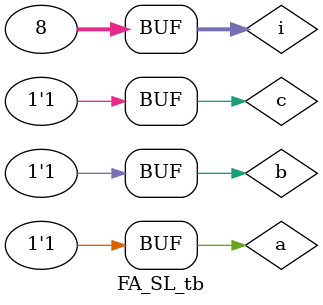
<source format=v>
module FA_SL(S,C,a,b,c);
	input a,b,c;
	output S,C;
	wire bc_add, bc_and, ax;
	xor xor1(bc_add, b,c);
	xor xor2(S, a,bc_add);
	and and1(ax, a, bc_add);
	and and2(bc_and, b, c);	
	or or1(C, bc_and, ax);
endmodule

module FA_SL_tb;
    reg a,b,c;
    wire S,C;
    integer i;

    FA_SL inst(S, C, a, b, c);

    initial begin
        $monitor("A=%0b|B=%0b|Cin=%0b|S=%0b|Cout=%0b", a,b,c,S,C);
        for(i=0;i<8;i=i+1) begin
            {a,b,c} = i;
            #10;
        end
    end

endmodule
    

</source>
